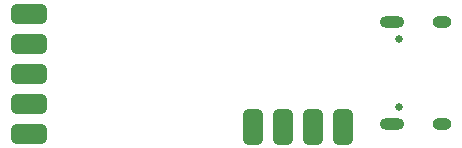
<source format=gbs>
G04 #@! TF.GenerationSoftware,KiCad,Pcbnew,(6.0.11-0)*
G04 #@! TF.CreationDate,2023-02-20T23:18:05+08:00*
G04 #@! TF.ProjectId,ublaster_jtag,75626c61-7374-4657-925f-6a7461672e6b,rev?*
G04 #@! TF.SameCoordinates,Original*
G04 #@! TF.FileFunction,Soldermask,Bot*
G04 #@! TF.FilePolarity,Negative*
%FSLAX46Y46*%
G04 Gerber Fmt 4.6, Leading zero omitted, Abs format (unit mm)*
G04 Created by KiCad (PCBNEW (6.0.11-0)) date 2023-02-20 23:18:05*
%MOMM*%
%LPD*%
G01*
G04 APERTURE LIST*
G04 Aperture macros list*
%AMRoundRect*
0 Rectangle with rounded corners*
0 $1 Rounding radius*
0 $2 $3 $4 $5 $6 $7 $8 $9 X,Y pos of 4 corners*
0 Add a 4 corners polygon primitive as box body*
4,1,4,$2,$3,$4,$5,$6,$7,$8,$9,$2,$3,0*
0 Add four circle primitives for the rounded corners*
1,1,$1+$1,$2,$3*
1,1,$1+$1,$4,$5*
1,1,$1+$1,$6,$7*
1,1,$1+$1,$8,$9*
0 Add four rect primitives between the rounded corners*
20,1,$1+$1,$2,$3,$4,$5,0*
20,1,$1+$1,$4,$5,$6,$7,0*
20,1,$1+$1,$6,$7,$8,$9,0*
20,1,$1+$1,$8,$9,$2,$3,0*%
G04 Aperture macros list end*
%ADD10C,0.650000*%
%ADD11O,2.100000X1.000000*%
%ADD12O,1.600000X1.000000*%
%ADD13RoundRect,0.425000X1.075000X0.425000X-1.075000X0.425000X-1.075000X-0.425000X1.075000X-0.425000X0*%
%ADD14RoundRect,0.425000X0.425000X-1.075000X0.425000X1.075000X-0.425000X1.075000X-0.425000X-1.075000X0*%
G04 APERTURE END LIST*
D10*
G04 #@! TO.C,J4*
X42205600Y-6990600D03*
X42205600Y-12770600D03*
D11*
X41675600Y-14200600D03*
D12*
X45855600Y-14200600D03*
D11*
X41675600Y-5560600D03*
D12*
X45855600Y-5560600D03*
G04 #@! TD*
D13*
G04 #@! TO.C,J6*
X10896600Y-4856400D03*
X10896600Y-7396400D03*
X10896600Y-9936400D03*
X10896600Y-12476400D03*
X10896600Y-15016400D03*
G04 #@! TD*
D14*
G04 #@! TO.C,J7*
X37531200Y-14427200D03*
X34991200Y-14427200D03*
X32451200Y-14427200D03*
X29911200Y-14427200D03*
G04 #@! TD*
M02*

</source>
